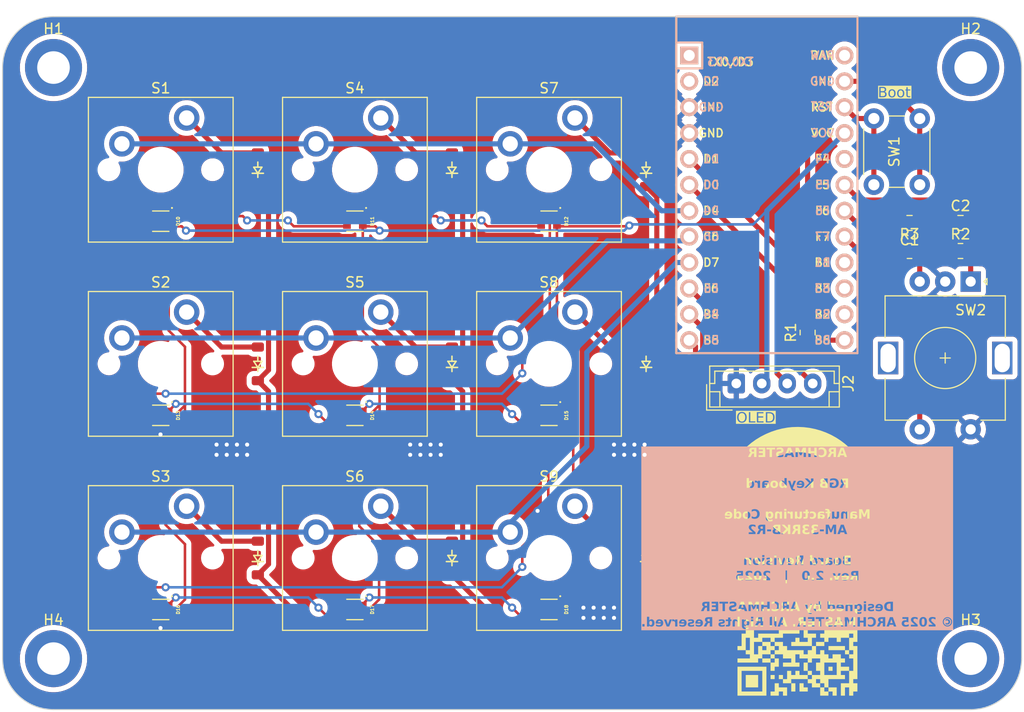
<source format=kicad_pcb>
(kicad_pcb (version 20240108) (generator "pcbnew") (generator_version "8.0")
  (layers (0 "F.Cu" signal) (31 "B.Cu" signal) (34 "B.Paste" user) (35 "F.Paste" user) (36 "B.SilkS" user "B.Silkscreen") (37 "F.SilkS" user "F.Silkscreen") (38 "B.Mask" user) (39 "F.Mask" user) (44 "Edge.Cuts" user))
  (net 0 "")
  (net 1 "Row 1")
  (net 2 "Net-(D1-A)")
  (net 3 "Net-(D2-A)")
  (net 4 "Net-(D3-A)")
  (net 5 "Net-(D4-A)")
  (net 6 "Row 2")
  (net 7 "Net-(D5-A)")
  (net 8 "Net-(D6-A)")
  (net 9 "Net-(D7-A)")
  (net 10 "Row 3")
  (net 11 "Net-(D8-A)")
  (net 12 "Net-(D9-A)")
  (net 13 "Column 1")
  (net 14 "Column 2")
  (net 15 "Column 3")
  (net 17 "/Vcc")
  (net 18 "Net-(D10-DIN)")
  (net 20 "GND")
  (net 22 "Net-(SW1-Pad1)")
  (net 24 "/ENC B")
  (net 27 "/ENC A")
  (net 29 "Net-(R2-Pad2)")
  (net 30 "Net-(J2-SCL)")
  (net 31 "Net-(J2-SDA)")
  (net 32 "Net-(U2-RST)")
  (net 33 "Net-(D11-DOUT)")
  (net 34 "Net-(D14-DOUT)")
  (net 35 "Net-(U2-10{slash}PB6)")
  (net 36 "Net-(D10-DOUT)")
  (net 37 "Net-(D12-DOUT)")
  (net 38 "Net-(D13-DOUT)")
  (net 39 "Net-(D15-DOUT)")
  (net 40 "Net-(D16-DOUT)")
  (net 41 "Net-(D17-DOUT)")
  (net 43 "Net-(R3-Pad2)")
  (net 44 "/ENC S")
  (footprint "Soso:Soso_RGB LED 1.6x1.5mm" (layer "F.Cu") (at 44.575 30.075 -90)
    (property "Reference" "D11")
    (property "Value" "WS2812B")
  )
  (footprint "Soso:Soso_RGB LED 1.6x1.5mm" (layer "F.Cu") (at 63.625 49.125 -90)
    (property "Reference" "D15")
    (property "Value" "WS2812B")
  )
  (footprint "Resistor_SMD:R_0805_2012Metric_Pad1.20x1.40mm_HandSolder" (layer "F.Cu") (at 99 33)
    (property "Reference" "R3")
    (property "Value" "10kR")
  )
  (footprint "ScottoKeebs_MX:MX_PCB_1.00u" (layer "F.Cu") (at 25.525 63.125)
    (property "Reference" "S3")
    (property "Value" "Keyswitch")
  )
  (footprint "Soso:Soso_RGB LED 1.6x1.5mm" (layer "F.Cu") (at 63.625 68.175 -90)
    (property "Reference" "D18")
    (property "Value" "WS2812B")
  )
  (footprint "ScottoKeebs_MX:MX_PCB_1.00u" (layer "F.Cu") (at 44.575 63.125)
    (property "Reference" "S6")
    (property "Value" "Keyswitch")
  )
  (footprint "ScottoKeebs_Components:Diode_SOD-123" (layer "F.Cu") (at 54.1 63.125 90)
    (property "Reference" "D6" (hide yes))
    (property "Value" "Diode")
  )
  (footprint "MountingHole:MountingHole_3.2mm_M3_DIN965_Pad" (layer "F.Cu") (at 105 15)
    (property "Reference" "H2")
    (property "Value" "MountingHole")
  )
  (footprint "ScottoKeebs_Components:Diode_SOD-123" (layer "F.Cu") (at 54.1 25.025 90)
    (property "Reference" "D4" (hide yes))
    (property "Value" "Diode")
  )
  (footprint "Rotary_Encoder:RotaryEncoder_Alps_EC11E-Switch_Vertical_H20mm" (layer "F.Cu") (at 105 36 -90)
    (property "Reference" "SW2")
    (property "Value" "RotaryEncoder_Switch_MP")
  )
  (footprint "ScottoKeebs_MX:MX_PCB_1.00u" (layer "F.Cu") (at 44.575 44.075)
    (property "Reference" "S5")
    (property "Value" "Keyswitch")
  )
  (footprint "MountingHole:MountingHole_3.2mm_M3_DIN965_Pad" (layer "F.Cu") (at 105 73)
    (property "Reference" "H3")
    (property "Value" "MountingHole")
  )
  (footprint "ScottoKeebs_Components:Diode_SOD-123" (layer "F.Cu") (at 73.15 44.075 90)
    (property "Reference" "D8" (hide yes))
    (property "Value" "Diode")
  )
  (footprint "ScottoKeebs_MX:MX_PCB_1.00u" (layer "F.Cu") (at 25.525 25.025)
    (property "Reference" "S1")
    (property "Value" "Keyswitch")
  )
  (footprint "Capacitor_SMD:C_0805_2012Metric_Pad1.18x1.45mm_HandSolder" (layer "F.Cu") (at 104 30.25)
    (property "Reference" "C2")
    (property "Value" "100nF")
  )
  (footprint "Soso:Soso_RGB LED 1.6x1.5mm" (layer "F.Cu") (at 63.625 30.075 -90)
    (property "Reference" "D12")
    (property "Value" "WS2812B")
  )
  (footprint "ScottoKeebs_MX:MX_PCB_1.00u" (layer "F.Cu") (at 63.625 63.125)
    (property "Reference" "S9")
    (property "Value" "Keyswitch")
  )
  (footprint "Connector_JST:JST_EH_B4B-EH-A_1x04_P2.50mm_Vertical" (layer "F.Cu") (at 82 46)
    (property "Reference" "J2")
    (property "Value" "OLED_128x64")
  )
  (footprint "ScottoKeebs_Components:Diode_SOD-123" (layer "F.Cu") (at 73.15 25.025 90)
    (property "Reference" "D7" (hide yes))
    (property "Value" "Diode")
  )
  (footprint "ScottoKeebs_Components:Diode_SOD-123" (layer "F.Cu") (at 54.1 44.075 90)
    (property "Reference" "D5" (hide yes))
    (property "Value" "Diode")
  )
  (footprint "MountingHole:MountingHole_3.2mm_M3_DIN965_Pad" (layer "F.Cu") (at 15 73)
    (property "Reference" "H4")
    (property "Value" "MountingHole")
  )
  (footprint "ScottoKeebs_Components:Diode_SOD-123" (layer "F.Cu") (at 35.05 63.125 90)
    (property "Reference" "D3" (hide yes))
    (property "Value" "Diode")
  )
  (footprint "ScottoKeebs_MX:MX_PCB_1.00u" (layer "F.Cu") (at 44.575 25.025)
    (property "Reference" "S4")
    (property "Value" "Keyswitch")
  )
  (footprint "Button_Switch_THT:SW_PUSH_6mm_H4.3mm" (layer "F.Cu") (at 100 20 -90)
    (property "Reference" "SW1")
    (property "Value" "Boot")
  )
  (footprint "Resistor_SMD:R_0805_2012Metric_Pad1.20x1.40mm_HandSolder" (layer "F.Cu") (at 89 41 90)
    (property "Reference" "R1")
    (property "Value" "100 R")
  )
  (footprint "ScottoKeebs_Components:Diode_SOD-123" (layer "F.Cu") (at 35.05 25.025 90)
    (property "Reference" "D1" (hide yes))
    (property "Value" "Diode")
  )
  (footprint "ScottoKeebs_MCU:Arduino_Pro_Micro" (layer "F.Cu") (at 85 27.78)
    (property "Reference" "U2" (hide yes))
    (property "Value" "Arduino_Pro_Micro" (hide yes))
  )
  (footprint "ScottoKeebs_MX:MX_PCB_1.00u" (layer "F.Cu") (at 63.625 25.025)
    (property "Reference" "S7")
    (property "Value" "Keyswitch")
  )
  (footprint "ScottoKeebs_MX:MX_PCB_1.00u" (layer "F.Cu") (at 63.625 44.075)
    (property "Reference" "S8")
    (property "Value" "Keyswitch")
  )
  (footprint "Logos:ARCHMASTER Logo 15mm" (layer "F.Cu") (at 88 57)
    (property "Reference" "G***" (hide yes))
    (property "Value" "LOGO" (hide yes))
  )
  (footprint "ScottoKeebs_Components:Diode_SOD-123" (layer "F.Cu") (at 73.15 63.125 90)
    (property "Reference" "D9" (hide yes))
    (property "Value" "Diode")
  )
  (footprint "ScottoKeebs_MX:MX_PCB_1.00u" (layer "F.Cu") (at 25.525 44.075)
    (property "Reference" "S2")
    (property "Value" "Keyswitch")
  )
  (footprint "Soso:Soso_RGB LED 1.6x1.5mm" (layer "F.Cu") (at 25.525 68.175 -90)
    (property "Reference" "D16")
    (property "Value" "WS2812B")
  )
  (footprint "Soso:Soso_RGB LED 1.6x1.5mm" (layer "F.Cu") (at 25.525 49.125 -90)
    (property "Reference" "D13")
    (property "Value" "WS2812B")
  )
  (footprint "Capacitor_SMD:C_0805_2012Metric_Pad1.18x1.45mm_HandSolder" (layer "F.Cu") (at 99 30.25 180)
    (property "Reference" "C1")
    (property "Value" "100nF")
  )
  (footprint "Soso:Soso_RGB LED 1.6x1.5mm" (layer "F.Cu") (at 44.575 49.125 -90)
    (property "Reference" "D14")
    (property "Value" "WS2812B")
  )
  (footprint "ScottoKeebs_Components:Diode_SOD-123" (layer "F.Cu") (at 35.05 44.075 90)
    (property "Reference" "D2" (hide yes))
    (property "Value" "Diode")
  )
  (footprint "MountingHole:MountingHole_3.2mm_M3_DIN965_Pad" (layer "F.Cu") (at 15 15)
    (property "Reference" "H1")
    (property "Value" "MountingHole")
  )
  (footprint "Resistor_SMD:R_0805_2012Metric_Pad1.20x1.40mm_HandSolder" (layer "F.Cu") (at 104 33)
    (property "Reference" "R2")
    (property "Value" "10kR")
  )
  (footprint "Soso:Soso_RGB LED 1.6x1.5mm" (layer "F.Cu") (at 25.525 30.075 -90)
    (property "Reference" "D10")
    (property "Value" "WS2812B")
  )
  (footprint "Logos:ARCHMASTER QR 15mm" (layer "F.Cu") (at 88 70.75)
    (property "Reference" "G***" (hide yes))
    (property "Value" "LOGO" (hide yes))
  )
  (footprint "Soso:Soso_RGB LED 1.6x1.5mm" (layer "F.Cu") (at 44.575 68.175 -90)
    (property "Reference" "D17")
    (property "Value" "WS2812B")
  )
  (gr_arc (start 10 15) (mid 11.464466 11.464466) (end 15 10) (stroke (width 0.1)) (layer "Edge.Cuts"))
  (gr_line (start 10 73) (end 10 15) (stroke (width 0.1)) (layer "Edge.Cuts"))
  (gr_arc (start 105 10) (mid 108.535534 11.464466) (end 110 15) (stroke (width 0.1)) (layer "Edge.Cuts"))
  (gr_line (start 15 10) (end 105 10) (stroke (width 0.1)) (layer "Edge.Cuts"))
  (gr_arc (start 110 73) (mid 108.535534 76.535534) (end 105 78) (stroke (width 0.1)) (layer "Edge.Cuts"))
  (gr_line (start 105 78) (end 15 78) (stroke (width 0.1)) (layer "Edge.Cuts"))
  (gr_line (start 110 15) (end 110 73) (stroke (width 0.1)) (layer "Edge.Cuts"))
  (gr_arc (start 15 78) (mid 11.464466 76.535534) (end 10 73) (stroke (width 0.1)) (layer "Edge.Cuts"))
  (gr_text "D1" (at 79.539 23.97 0) (layer "B.SilkS") (effects (font (size 0.8 0.8)) (justify mirror)))
  (gr_text "D0" (at 79.539 26.51 0) (layer "B.SilkS") (effects (font (size 0.8 0.8)) (justify mirror)))
  (gr_text "F6" (at 90.461 29.05 0) (layer "B.SilkS") (effects (font (size 0.8 0.8)) (justify mirror)))
  (gr_text "B3" (at 90.461 36.67 0) (layer "B.SilkS") (effects (font (size 0.8 0.8)) (justify mirror)))
  (gr_text "B5" (at 79.539 41.75 0) (layer "B.SilkS") (effects (font (size 0.8 0.8)) (justify mirror)))
  (gr_text "ARCHMASTER\n\nRGB Keyboard\n\nManufacturing Code\nAM-33RKB-R2\n\nBoard Revision\nRev. 2.0 | 2025\n\nDesigned by ARCHMASTER\n© 2025 ARCHMASTER. All Rights Reserved." (at 88 70 0) (layer "B.SilkS" knockout) (effects (font (size 0.9 0.9) (thickness 0.125) (bold yes)) (justify bottom mirror)))
  (gr_text "E6" (at 79.539 36.67 0) (layer "B.SilkS") (effects (font (size 0.8 0.8)) (justify mirror)))
  (gr_text "VCC" (at 90.461 21.43 0) (layer "B.SilkS") (effects (font (size 0.8 0.8)) (justify mirror)))
  (gr_text "D2" (at 79.539 16.35 0) (layer "B.SilkS") (effects (font (size 0.8 0.8)) (justify mirror)))
  (gr_text "GND" (at 90.461 16.35 0) (layer "B.SilkS") (effects (font (size 0.8 0.8)) (justify mirror)))
  (gr_text "F4" (at 90.461 23.97 0) (layer "B.SilkS") (effects (font (size 0.8 0.8)) (justify mirror)))
  (gr_text "F7" (at 90.461 31.59 0) (layer "B.SilkS") (effects (font (size 0.8 0.8)) (justify mirror)))
  (gr_text "B6" (at 90.461 41.75 0) (layer "B.SilkS") (effects (font (size 0.8 0.8)) (justify mirror)))
  (gr_text "B4" (at 79.539 39.21 0) (layer "B.SilkS") (effects (font (size 0.8 0.8)) (justify mirror)))
  (gr_text "F5" (at 90.461 26.51 0) (layer "B.SilkS") (effects (font (size 0.8 0.8)) (justify mirror)))
  (gr_text "B1" (at 90.461 34.13 0) (layer "B.SilkS") (effects (font (size 0.8 0.8)) (justify mirror)))
  (gr_text "D4" (at 79.539 29.05 0) (layer "B.SilkS") (effects (font (size 0.8 0.8)) (justify mirror)))
  (gr_text "RST" (at 90.4 18.8 0) (layer "B.SilkS") (effects (font (size 0.8 0.8)) (justify mirror)))
  (gr_text "GND" (at 79.539 18.89 0) (layer "B.SilkS") (effects (font (size 0.8 0.8)) (justify mirror)))
  (gr_text "C6" (at 79.539 31.59 0) (layer "B.SilkS") (effects (font (size 0.8 0.8)) (justify mirror)))
  (gr_text "RAW" (at 90.461 13.81 0) (layer "B.SilkS") (effects (font (size 0.8 0.8)) (justify mirror)))
  (gr_text "B2" (at 90.461 39.21 0) (layer "B.SilkS") (effects (font (size 0.8 0.8)) (justify mirror)))
  (gr_text "TX0/D3" (at 81.428128 14.445 0) (layer "B.SilkS") (effects (font (size 0.8 0.8)) (justify mirror)))
  (gr_text "GND" (at 90.461 16.35 0) (layer "F.SilkS") (effects (font (size 0.8 0.8))))
  (gr_text "D0" (at 79.539 26.51 0) (layer "F.SilkS") (effects (font (size 0.8 0.8))))
  (gr_text "GND" (at 79.539 21.43 0) (layer "F.SilkS") (effects (font (size 0.8 0.8))))
  (gr_text "GND" (at 79.539 18.89 0) (layer "F.SilkS") (effects (font (size 0.8 0.8))))
  (gr_text "B5" (at 79.539 41.75 0) (layer "F.SilkS") (effects (font (size 0.8 0.8))))
  (gr_text "B1" (at 90.461 34.13 0) (layer "F.SilkS") (effects (font (size 0.8 0.8))))
  (gr_text "F7" (at 90.461 31.59 0) (layer "F.SilkS") (effects (font (size 0.8 0.8))))
  (gr_text "E6" (at 79.539 36.67 0) (layer "F.SilkS") (effects (font (size 0.8 0.8))))
  (gr_text "F4" (at 90.461 23.97 0) (layer "F.SilkS") (effects (font (size 0.8 0.8))))
  (gr_text "VCC" (at 90.461 21.43 0) (layer "F.SilkS") (effects (font (size 0.8 0.8))))
  (gr_text "B3" (at 90.461 36.67 0) (layer "F.SilkS") (effects (font (size 0.8 0.8))))
  (gr_text "B4" (at 79.539 39.21 0) (layer "F.SilkS") (effects (font (size 0.8 0.8))))
  (gr_text "D7" (at 79.539 34.13 0) (layer "F.SilkS") (effects (font (size 0.8 0.8))))
  (gr_text "F6" (at 90.461 29.05 0) (layer "F.SilkS") (effects (font (size 0.8 0.8))))
  (gr_text "D1" (at 79.539 23.97 0) (layer "F.SilkS") (effects (font (size 0.8 0.8))))
  (gr_text "F5" (at 90.461 26.51 0) (layer "F.SilkS") (effects (font (size 0.8 0.8))))
  (gr_text "B2" (at 90.461 39.21 0) (layer "F.SilkS") (effects (font (size 0.8 0.8))))
  (gr_text "B6" (at 90.461 41.75 0) (layer "F.SilkS") (effects (font (size 0.8 0.8))))
  (gr_text "D2" (at 79.539 16.35 0) (layer "F.SilkS") (effects (font (size 0.8 0.8))))
  (gr_text "D4" (at 79.539 29.05 0) (layer "F.SilkS") (effects (font (size 0.8 0.8))))
  (gr_text "RAW" (at 90.461 13.81 0) (layer "F.SilkS") (effects (font (size 0.8 0.8))))
  (gr_text "RST" (at 90.4 18.9 0) (layer "F.SilkS") (effects (font (size 0.8 0.8))))
  (gr_text "C6" (at 79.539 31.59 0) (layer "F.SilkS") (effects (font (size 0.8 0.8))))
  (gr_text "TX0/D3" (at 81.428128 14.445 0) (layer "F.SilkS") (effects (font (size 0.8 0.8))))
  (gr_text "OLED" (at 82 50 -0) (layer "F.SilkS" knockout) (effects (font (size 1 1)) (justify left bottom)))
  (segment (start 36.1 63.725) (end 35.05 64.775) (width 0.5) (layer "F.Cu") (net 1))
  (segment (start 77.38 36.67) (end 79.4063 38.6963) (width 0.5) (layer "F.Cu") (net 1))
  (segment (start 35.05 26.675) (end 36.1 27.725) (width 0.5) (layer "F.Cu") (net 1))
  (segment (start 35.05 45.725) (end 36.1 46.775) (width 0.5) (layer "F.Cu") (net 1))
  (segment (start 79.4063 62.5937) (end 71 71) (width 0.5) (layer "F.Cu") (net 1))
  (segment (start 41.275 71) (end 35.05 64.775) (width 0.5) (layer "F.Cu") (net 1))
  (segment (start 79.4063 38.6963) (end 79.4063 62.5937) (width 0.5) (layer "F.Cu") (net 1))
  (segment (start 36.1 46.775) (end 36.1 63.725) (width 0.5) (layer "F.Cu") (net 1))
  (segment (start 36.1 27.725) (end 36.1 44.675) (width 0.5) (layer "F.Cu") (net 1))
  (segment (start 71 71) (end 41.275 71) (width 0.5) (layer "F.Cu") (net 1))
  (segment (start 36.1 44.675) (end 35.05 45.725) (width 0.5) (layer "F.Cu") (net 1))
  (segment (start 35.05 23.375) (end 31.495 23.375) (width 0.5) (layer "F.Cu") (net 2))
  (segment (start 31.495 23.375) (end 28.065 19.945) (width 0.5) (layer "F.Cu") (net 2))
  (segment (start 31.495 42.425) (end 28.065 38.995) (width 0.5) (layer "F.Cu") (net 3))
  (segment (start 35.05 42.425) (end 31.495 42.425) (width 0.5) (layer "F.Cu") (net 3))
  (segment (start 35.05 61.475) (end 31.495 61.475) (width 0.5) (layer "F.Cu") (net 4))
  (segment (start 31.495 61.475) (end 28.065 58.045) (width 0.5) (layer "F.Cu") (net 4))
  (segment (start 50.545 23.375) (end 47.115 19.945) (width 0.5) (layer "F.Cu") (net 5))
  (segment (start 54.1 23.375) (end 50.545 23.375) (width 0.5) (layer "F.Cu") (net 5))
  (segment (start 54.1 26.675) (end 55.15 27.725) (width 0.5) (layer "F.Cu") (net 6))
  (segment (start 55.15 46.775) (end 55.15 63.725) (width 0.5) (layer "F.Cu") (net 6))
  (segment (start 55.15 63.725) (end 54.1 64.775) (width 0.5) (layer "F.Cu") (net 6))
  (segment (start 59.325 70) (end 54.1 64.775) (width 0.5) (layer "F.Cu") (net 6))
  (segment (start 78.7063 62.30375) (end 71.01005 70) (width 0.5) (layer "F.Cu") (net 6))
  (segment (start 55.15 44.675) (end 54.1 45.725) (width 0.5) (layer "F.Cu") (net 6))
  (segment (start 71.01005 70) (end 59.325 70) (width 0.5) (layer "F.Cu") (net 6))
  (segment (start 77.38 39.21) (end 78.7063 40.5363) (width 0.5) (layer "F.Cu") (net 6))
  (segment (start 55.15 27.725) (end 55.15 44.675) (width 0.5) (layer "F.Cu") (net 6))
  (segment (start 54.1 45.725) (end 55.15 46.775) (width 0.5) (layer "F.Cu") (net 6))
  (segment (start 78.7063 40.5363) (end 78.7063 62.30375) (width 0.5) (layer "F.Cu") (net 6))
  (segment (start 54.1 42.425) (end 50.545 42.425) (width 0.5) (layer "F.Cu") (net 7))
  (segment (start 50.545 42.425) (end 47.115 38.995) (width 0.5) (layer "F.Cu") (net 7))
  (segment (start 54.1 61.475) (end 50.545 61.475) (width 0.5) (layer "F.Cu") (net 8))
  (segment (start 50.545 61.475) (end 47.115 58.045) (width 0.5) (layer "F.Cu") (net 8))
  (segment (start 73.15 23.375) (end 69.595 23.375) (width 0.5) (layer "F.Cu") (net 9))
  (segment (start 69.595 23.375) (end 66.165 19.945) (width 0.5) (layer "F.Cu") (net 9))
  (segment (start 74.2 44.675) (end 73.15 45.725) (width 0.5) (layer "F.Cu") (net 10))
  (segment (start 74.2 46.775) (end 74.2 63.725) (width 0.5) (layer "F.Cu") (net 10))
  (segment (start 78 61.9625) (end 75.1875 64.775) (width 0.5) (layer "F.Cu") (net 10))
  (segment (start 78 42.37) (end 78 61.9625) (width 0.5) (layer "F.Cu") (net 10))
  (segment (start 73.15 45.725) (end 74.2 46.775) (width 0.5) (layer "F.Cu") (net 10))
  (segment (start 75.1875 64.775) (end 73.15 64.775) (width 0.5) (layer "F.Cu") (net 10))
  (segment (start 74.2 27.725) (end 74.2 44.675) (width 0.5) (layer "F.Cu") (net 10))
  (segment (start 73.15 26.675) (end 74.2 27.725) (width 0.5) (layer "F.Cu") (net 10))
  (segment (start 77.38 41.75) (end 78 42.37) (width 0.5) (layer "F.Cu") (net 10))
  (segment (start 74.2 63.725) (end 73.15 64.775) (width 0.5) (layer "F.Cu") (net 10))
  (segment (start 73.15 42.425) (end 69.595 42.425) (width 0.5) (layer "F.Cu") (net 11))
  (segment (start 69.595 42.425) (end 66.165 38.995) (width 0.5) (layer "F.Cu") (net 11))
  (segment (start 73.15 61.475) (end 69.595 61.475) (width 0.5) (layer "F.Cu") (net 12))
  (segment (start 69.595 61.475) (end 66.165 58.045) (width 0.5) (layer "F.Cu") (net 12))
  (segment (start 59.815 22.485) (end 68.109544 22.485) (width 0.5) (layer "B.Cu") (net 13))
  (segment (start 68.109544 22.485) (end 74.674544 29.05) (width 0.5) (layer "B.Cu") (net 13))
  (segment (start 74.674544 29.05) (end 77.38 29.05) (width 0.5) (layer "B.Cu") (net 13))
  (segment (start 59.815 22.485) (end 21.715 22.485) (width 0.5) (layer "B.Cu") (net 13))
  (segment (start 69.35 32) (end 76.97 32) (width 0.5) (layer "B.Cu") (net 14))
  (segment (start 76.97 32) (end 77.38 31.59) (width 0.5) (layer "B.Cu") (net 14))
  (segment (start 59.815 41.535) (end 69.35 32) (width 0.5) (layer "B.Cu") (net 14))
  (segment (start 59.815 41.535) (end 21.715 41.535) (width 0.5) (layer "B.Cu") (net 14))
  (segment (start 59.815 60.585) (end 21.715 60.585) (width 0.5) (layer "B.Cu") (net 15))
  (segment (start 59.815 59.685) (end 67.33 52.17) (width 0.5) (layer "B.Cu") (net 15))
  (segment (start 67.33 42.940725) (end 76.140725 34.13) (width 0.5) (layer "B.Cu") (net 15))
  (segment (start 67.33 52.17) (end 67.33 42.940725) (width 0.5) (layer "B.Cu") (net 15))
  (segment (start 76.140725 34.13) (end 77.38 34.13) (width 0.5) (layer "B.Cu") (net 15))
  (segment (start 59.815 60.585) (end 59.815 59.685) (width 0.5) (layer "B.Cu") (net 15))
  (segment (start 66 48) (end 66 55.5) (width 0.25) (layer "F.Cu") (net 17))
  (segment (start 45.475 49.625) (end 47 48.1) (width 0.25) (layer "F.Cu") (net 17))
  (segment (start 47 55) (end 45 57) (width 0.25) (layer "F.Cu") (net 17))
  (segment (start 46.95 67.2) (end 45.475 68.675) (width 0.25) (layer "F.Cu") (net 17))
  (segment (start 45 57) (end 45 60) (width 0.25) (layer "F.Cu") (net 17))
  (segment (start 64 60) (end 66 62) (width 0.25) (layer "F.Cu") (net 17))
  (segment (start 27.9 61.770621) (end 27.9 67.2) (width 0.25) (layer "F.Cu") (net 17))
  (segment (start 64 57.5) (end 64 60) (width 0.25) (layer "F.Cu") (net 17))
  (segment (start 26 57.5) (end 26 59.870621) (width 0.25) (layer "F.Cu") (net 17))
  (segment (start 64.525 68.675) (end 64.4 68.675) (width 0.25) (layer "F.Cu") (net 17))
  (segment (start 47 42.5) (end 47 48) (width 0.25) (layer "F.Cu") (net 17))
  (segment (start 27.9 42.4) (end 27.9 48) (width 0.25) (layer "F.Cu") (net 17))
  (segment (start 26.3 30.575) (end 27.575 30.575) (width 0.25) (layer "F.Cu") (net 17))
  (segment (start 64.4 30.575) (end 71.425 30.575) (width 0.25) (layer "F.Cu") (net 17))
  (segment (start 46.95 61.95) (end 46.95 67.2) (width 0.25) (layer "F.Cu") (net 17))
  (segment (start 27.9 48.15) (end 27.9 48) (width 0.25) (layer "F.Cu") (net 17))
  (segment (start 27.575 30.575) (end 28 31) (width 0.25) (layer "F.Cu") (net 17))
  (segment (start 47 48) (end 47 55) (width 0.25) (layer "F.Cu") (net 17))
  (segment (start 66 42.5) (end 66 48) (width 0.25) (layer "F.Cu") (net 17))
  (segment (start 66 55.5) (end 64 57.5) (width 0.25) (layer "F.Cu") (net 17))
  (segment (start 66 67.2) (end 64.525 68.675) (width 0.25) (layer "F.Cu") (net 17))
  (segment (start 26 59.870621) (end 27.9 61.770621) (width 0.25) (layer "F.Cu") (net 17))
  (segment (start 64.4 40.9) (end 66 42.5) (width 0.25) (layer "F.Cu") (net 17))
  (segment (start 47 48.1) (end 47 48) (width 0.25) (layer "F.Cu") (net 17))
  (segment (start 45.35 49.625) (end 45.475 49.625) (width 0.25) (layer "F.Cu") (net 17))
  (segment (start 64.4 30.575) (end 64.4 40.9) (width 0.25) (layer "F.Cu") (net 17))
  (segment (start 66 48.15) (end 66 48) (width 0.25) (layer "F.Cu") (net 17))
  (segment (start 45.475 68.675) (end 45.35 68.675) (width 0.25) (layer "F.Cu") (net 17))
  (segment (start 27.9 55.6) (end 26 57.5) (width 0.25) (layer "F.Cu") (net 17))
  (segment (start 45 60) (end 46.95 61.95) (width 0.25) (layer "F.Cu") (net 17))
  (segment (start 26.425 49.625) (end 27.9 48.15) (width 0.25) (layer "F.Cu") (net 17))
  (segment (start 45.35 40.85) (end 47 42.5) (width 0.25) (layer "F.Cu") (net 17))
  (segment (start 64.4 49.625) (end 64.525 49.625) (width 0.25) (layer "F.Cu") (net 17))
  (segment (start 71.425 30.575) (end 71.5 30.5) (width 0.25) (layer "F.Cu") (net 17))
  (segment (start 66 62) (end 66 67.2) (width 0.25) (layer "F.Cu") (net 17))
  (segment (start 26.3 40.8) (end 27.9 42.4) (width 0.25) (layer "F.Cu") (net 17))
  (segment (start 26.3 49.625) (end 26.425 49.625) (width 0.25) (layer "F.Cu") (net 17))
  (segment (start 46.575 30.575) (end 47 31) (width 0.25) (layer "F.Cu") (net 17))
  (segment (start 26.425 68.675) (end 26.3 68.675) (width 0.25) (layer "F.Cu") (net 17))
  (segment (start 45.35 30.575) (end 46.575 30.575) (width 0.25) (layer "F.Cu") (net 17))
  (segment (start 27.9 67.2) (end 26.425 68.675) (width 0.25) (layer "F.Cu") (net 17))
  (segment (start 27.9 48) (end 27.9 55.6) (width 0.25) (layer "F.Cu") (net 17))
  (segment (start 26.3 30.575) (end 26.3 40.8) (width 0.25) (layer "F.Cu") (net 17))
  (segment (start 64.525 49.625) (end 66 48.15) (width 0.25) (layer "F.Cu") (net 17))
  (segment (start 45.35 30.575) (end 45.35 40.85) (width 0.25) (layer "F.Cu") (net 17))
  (via (at 47 31) (size 0.8) (drill 0.4) (layers "F.Cu" "B.Cu") (net 17))
  (via (at 28 31) (size 0.8) (drill 0.4) (layers "F.Cu" "B.Cu") (net 17))
  (via (at 71.5 30.5) (size 0.8) (drill 0.4) (layers "F.Cu" "B.Cu") (net 17))
  (segment (start 85 29.05) (end 85 45.5) (width 0.5) (layer "B.Cu") (net 17))
  (segment (start 85 45.5) (end 84.5 46) (width 0.5) (layer "B.Cu") (net 17))
  (segment (start 71.6113 30.3887) (end 83.6613 30.3887) (width 0.25) (layer "B.Cu") (net 17))
  (segment (start 83.6613 30.3887) (end 92.62 21.43) (width 0.25) (layer "B.Cu") (net 17))
  (segment (start 71 31) (end 47 31) (width 0.25) (layer "B.Cu") (net 17))
  (segment (start 71.5 30.5) (end 71 31) (width 0.25) (layer "B.Cu") (net 17))
  (segment (start 92.62 21.43) (end 85 29.05) (width 0.5) (layer "B.Cu") (net 17))
  (segment (start 47 31) (end 28 31) (width 0.25) (layer "B.Cu") (net 17))
  (segment (start 71.5 30.5) (end 71.6113 30.3887) (width 0.25) (layer "B.Cu") (net 17))
  (segment (start 89 22) (end 79 12) (width 0.5) (layer "F.Cu") (net 18))
  (segment (start 19 21.897918) (end 19 26) (width 0.5) (layer "F.Cu") (net 18))
  (segment (start 19 26) (end 23.575 30.575) (width 0.5) (layer "F.Cu") (net 18))
  (segment (start 89 40.0875) (end 89 22) (width 0.5) (layer "F.Cu") (net 18))
  (segment (start 23.575 30.575) (end 24.75 30.575) (width 0.5) (layer "F.Cu") (net 18))
  (segment (start 79 12) (end 28.897918 12) (width 0.5) (layer "F.Cu") (net 18))
  (segment (start 28.897918 12) (end 19 21.897918) (width 0.5) (layer "F.Cu") (net 18))
  (segment (start 25.5 49.25) (end 25.5 51) (width 0.25) (layer "F.Cu") (net 20))
  (segment (start 24.75 67.675) (end 24.875 67.675) (width 0.25) (layer "F.Cu") (net 20))
  (segment (start 24.875 67.675) (end 25.5 68.3) (width 0.25) (layer "F.Cu") (net 20))
  (segment (start 24.75 48.625) (end 24.875 48.625) (width 0.25) (layer "F.Cu") (net 20))
  (segment (start 25.5 68.3) (end 25.5 70) (width 0.25) (layer "F.Cu") (net 20))
  (segment (start 24.875 48.625) (end 25.5 49.25) (width 0.25) (layer "F.Cu") (net 20))
  (via (at 70 68) (size 0.8) (drill 0.4) (layers "F.Cu" "B.Cu") (net 20))
  (via (at 69 69) (size 0.8) (drill 0.4) (layers "F.Cu" "B.Cu") (net 20))
  (via (at 52 53) (size 0.8) (drill 0.4) (layers "F.Cu" "B.Cu") (net 20))
  (via (at 71 53) (size 0.8) (drill 0.4) (layers "F.Cu" "B.Cu") (net 20))
  (via (at 72 52) (size 0.8) (drill 0.4) (layers "F.Cu" "B.Cu") (net 20))
  (via (at 62.5 58.5) (size 0.8) (drill 0.4) (layers "F.Cu" "B.Cu") (net 20))
  (via (at 67 69) (size 0.8) (drill 0.4) (layers "F.Cu" "B.Cu") (net 20))
  (via (at 33 52) (size 0.8) (drill 0.4) (layers "F.Cu" "B.Cu") (net 20))
  (via (at 51 52) (size 0.8) (drill 0.4) (layers "F.Cu" "B.Cu") (net 20))
  (via (at 51 53) (size 0.8) (drill 0.4) (layers "F.Cu" "B.Cu") (net 20))
  (via (at 32 52) (size 0.8) (drill 0.4) (layers "F.Cu" "B.Cu") (net 20))
  (via (at 70 52) (size 0.8) (drill 0.4) (layers "F.Cu" "B.Cu") (net 20))
  (via (at 67 68) (size 0.8) (drill 0.4) (layers "F.Cu" "B.Cu") (net 20))
  (via (at 34 52) (size 0.8) (drill 0.4) (layers "F.Cu" "B.Cu") (net 20))
  (via (at 73 52) (size 0.8) (drill 0.4) (layers "F.Cu" "B.Cu") (net 20))
  (via (at 25.5 51) (size 0.8) (drill 0.4) (layers "F.Cu" "B.Cu") (net 20))
  (via (at 25.5 70) (size 0.8) (drill 0.4) (layers "F.Cu" "B.Cu") (net 20))
  (via (at 31 52) (size 0.8) (drill 0.4) (layers "F.Cu" "B.Cu") (net 20))
  (via (at 68 69) (size 0.8) (drill 0.4) (layers "F.Cu" "B.Cu") (net 20))
  (via (at 32 53) (size 0.8) (drill 0.4) (layers "F.Cu" "B.Cu") (net 20))
  (via (at 31 53) (size 0.8) (drill 0.4) (layers "F.Cu" "B.Cu") (net 20))
  (via (at 33 53) (size 0.8) (drill 0.4) (layers "F.Cu" "B.Cu") (net 20))
  (via (at 70 53) (size 0.8) (drill 0.4) (layers "F.Cu" "B.Cu") (net 20))
  (via (at 34 53) (size 0.8) (drill 0.4) (layers "F.Cu" "B.Cu") (net 20))
  (via (at 53 52) (size 0.8) (drill 0.4) (layers "F.Cu" "B.Cu") (net 20))
  (via (at 71 52) (size 0.8) (drill 0.4) (layers "F.Cu" "B.Cu") (net 20))
  (via (at 68 68) (size 0.8) (drill 0.4) (layers "F.Cu" "B.Cu") (net 20))
  (via (at 69 68) (size 0.8) (drill 0.4) (layers "F.Cu" "B.Cu") (net 20))
  (via (at 53 53) (size 0.8) (drill 0.4) (layers "F.Cu" "B.Cu") (net 20))
  (via (at 50 53) (size 0.8) (drill 0.4) (layers "F.Cu" "B.Cu") (net 20))
  (via (at 70 69) (size 0.8) (drill 0.4) (layers "F.Cu" "B.Cu") (net 20))
  (via (at 52 52) (size 0.8) (drill 0.4) (layers "F.Cu" "B.Cu") (net 20))
  (via (at 72 53) (size 0.8) (drill 0.4) (layers "F.Cu" "B.Cu") (net 20))
  (via (at 50 52) (size 0.8) (drill 0.4) (layers "F.Cu" "B.Cu") (net 20))
  (via (at 73 53) (size 0.8) (drill 0.4) (layers "F.Cu" "B.Cu") (net 20))
  (segment (start 100 20) (end 96.35 16.35) (width 0.5) (layer "F.Cu") (net 22))
  (segment (start 96.35 16.35) (end 92.62 16.35) (width 0.5) (layer "F.Cu") (net 22))
  (segment (start 100 20) (end 100 26.5) (width 0.5) (layer "F.Cu") (net 22))
  (segment (start 97.9625 30.25) (end 93.82 30.25) (width 0.5) (layer "F.Cu") (net 24))
  (segment (start 93.82 30.25) (end 92.62 29.05) (width 0.5) (layer "F.Cu") (net 24))
  (segment (start 98 33) (end 98 30.2875) (width 0.5) (layer "F.Cu") (net 24))
  (segment (start 98 30.2875) (end 97.9625 30.25) (width 0.5) (layer "F.Cu") (net 24))
  (segment (start 100.7125 28) (end 94.11 28) (width 0.5) (layer "F.Cu") (net 27))
  (segment (start 102.9625 30.25) (end 100.7125 28) (width 0.5) (layer "F.Cu") (net 27))
  (segment (start 103 30.2875) (end 102.9625 30.25) (width 0.5) (layer "F.Cu") (net 27))
  (segment (start 103 33) (end 103 30.2875) (width 0.5) (layer "F.Cu") (net 27))
  (segment (start 94.11 28) (end 92.62 26.51) (width 0.5) (layer "F.Cu") (net 27))
  (segment (start 105 36) (end 105 33) (width 0.5) (layer "F.Cu") (net 29))
  (segment (start 77.38 26.51) (end 86 35.13) (width 0.5) (layer "F.Cu") (net 30))
  (segment (start 86 35.13) (end 86 45) (width 0.5) (layer "F.Cu") (net 30))
  (segment (start 86 45) (end 87 46) (width 0.5) (layer "F.Cu") (net 30))
  (segment (start 86.85 33.44) (end 86.85 43.35) (width 0.5) (layer "F.Cu") (net 31))
  (segment (start 86.85 43.35) (end 89.5 46) (width 0.5) (layer "F.Cu") (net 31))
  (segment (start 77.38 23.97) (end 86.85 33.44) (width 0.5) (layer "F.Cu") (net 31))
  (segment (start 95.5 20) (end 95.5 26.5) (width 0.5) (layer "F.Cu") (net 32))
  (segment (start 95.5 20) (end 93.73 20) (width 0.5) (layer "F.Cu") (net 32))
  (segment (start 93.73 20) (end 92.62 18.89) (width 0.5) (layer "F.Cu") (net 32))
  (segment (start 57.575 30.575) (end 57 30) (width 0.25) (layer "F.Cu") (net 33))
  (segment (start 45.35 29.575) (end 52.575 29.575) (width 0.25) (layer "F.Cu") (net 33))
  (segment (start 62.85 30.575) (end 57.575 30.575) (width 0.25) (layer "F.Cu") (net 33))
  (segment (start 52.575 29.575) (end 53 30) (width 0.25) (layer "F.Cu") (net 33))
  (via (at 57 30) (size 0.8) (drill 0.4) (layers "F.Cu" "B.Cu") (net 33))
  (via (at 53 30) (size 0.8) (drill 0.4) (layers "F.Cu" "B.Cu") (net 33))
  (segment (start 53 30) (end 57 30) (width 0.25) (layer "B.Cu") (net 33))
  (segment (start 45.375 48.625) (end 46 48) (width 0.25) (layer "F.Cu") (net 34))
  (segment (start 45.35 48.625) (end 45.375 48.625) (width 0.25) (layer "F.Cu") (net 34))
  (segment (start 60.625 49.625) (end 60 49) (width 0.25) (layer "F.Cu") (net 34))
  (segment (start 62.85 49.625) (end 60.625 49.625) (width 0.25) (layer "F.Cu") (net 34))
  (via (at 60 49) (size 0.8) (drill 0.4) (layers "F.Cu" "B.Cu") (net 34))
  (via (at 46 48) (size 0.8) (drill 0.4) (layers "F.Cu" "B.Cu") (net 34))
  (segment (start 59 48) (end 60 49) (width 0.25) (layer "B.Cu") (net 34))
  (segment (start 46 48) (end 59 48) (width 0.25) (layer "B.Cu") (net 34))
  (segment (start 92.62 41.75) (end 89.1625 41.75) (width 0.5) (layer "F.Cu") (net 35))
  (segment (start 89.1625 41.75) (end 89 41.9125) (width 0.5) (layer "F.Cu") (net 35))
  (segment (start 33.575 29.575) (end 34 30) (width 0.25) (layer "F.Cu") (net 36))
  (segment (start 38.575 30.575) (end 38 30) (width 0.25) (layer "F.Cu") (net 36))
  (segment (start 43.8 30.575) (end 38.575 30.575) (width 0.25) (layer "F.Cu") (net 36))
  (segment (start 26.3 29.575) (end 33.575 29.575) (width 0.25) (layer "F.Cu") (net 36))
  (via (at 38 30) (size 0.8) (drill 0.4) (layers "F.Cu" "B.Cu") (net 36))
  (via (at 34 30) (size 0.8) (drill 0.4) (layers "F.Cu" "B.Cu") (net 36))
  (segment (start 34 30) (end 38 30) (width 0.25) (layer "B.Cu") (net 36))
  (segment (start 24.625 49.625) (end 24.05 49.05) (width 0.25) (layer "F.Cu") (net 37))
  (segment (start 25 47) (end 26 47) (width 0.25) (layer "F.Cu") (net 37))
  (segment (start 24.05 47.95) (end 25 47) (width 0.25) (layer "F.Cu") (net 37))
  (segment (start 24.05 49.05) (end 24.05 47.95) (width 0.25) (layer "F.Cu") (net 37))
  (segment (start 61 43) (end 61 45) (width 0.25) (layer "F.Cu") (net 37))
  (segment (start 24.75 49.625) (end 24.625 49.625) (width 0.25) (layer "F.Cu") (net 37))
  (segment (start 64.4 29.575) (end 64.275 29.575) (width 0.25) (layer "F.Cu") (net 37))
  (segment (start 64.275 29.575) (end 63.7 30.15) (width 0.25) (layer "F.Cu") (net 37))
  (segment (start 63.7 40.3) (end 61 43) (width 0.25) (layer "F.Cu") (net 37))
  (segment (start 63.7 30.15) (end 63.7 40.3) (width 0.25) (layer "F.Cu") (net 37))
  (via (at 61 45) (size 0.8) (drill 0.4) (layers "F.Cu" "B.Cu") (net 37))
  (via (at 26 47) (size 0.8) (drill 0.4) (layers "F.Cu" "B.Cu") (net 37))
  (segment (start 26 47) (end 59 47) (width 0.25) (layer "B.Cu") (net 37))
  (segment (start 59 47) (end 61 45) (width 0.25) (layer "B.Cu") (net 37))
  (segment (start 26.375 48.625) (end 27 48) (width 0.25) (layer "F.Cu") (net 38))
  (segment (start 26.3 48.625) (end 26.375 48.625) (width 0.25) (layer "F.Cu") (net 38))
  (segment (start 43.8 49.625) (end 41.625 49.625) (width 0.25) (layer "F.Cu") (net 38))
  (segment (start 41.625 49.625) (end 41 49) (width 0.25) (layer "F.Cu") (net 38))
  (via (at 27 48) (size 0.8) (drill 0.4) (layers "F.Cu" "B.Cu") (net 38))
  (via (at 41 49) (size 0.8) (drill 0.4) (layers "F.Cu" "B.Cu") (net 38))
  (segment (start 27 48) (end 40 48) (width 0.25) (layer "B.Cu") (net 38))
  (segment (start 40 48) (end 41 49) (width 0.25) (layer "B.Cu") (net 38))
  (segment (start 24.05 66.95) (end 25 66) (width 0.25) (layer "F.Cu") (net 39))
  (segment (start 24.625 68.675) (end 24.05 68.1) (width 0.25) (layer "F.Cu") (net 39))
  (segment (start 64.275 48.625) (end 63.55 49.35) (width 0.25) (layer "F.Cu") (net 39))
  (segment (start 25 66) (end 26 66) (width 0.25) (layer "F.Cu") (net 39))
  (segment (start 24.05 68.1) (end 24.05 66.95) (width 0.25) (layer "F.Cu") (net 39))
  (segment (start 63.55 59.45) (end 61 62) (width 0.25) (layer "F.Cu") (net 39))
  (segment (start 64.4 48.625) (end 64.275 48.625) (width 0.25) (layer "F.Cu") (net 39))
  (segment (start 63.55 49.35) (end 63.55 59.45) (width 0.25) (layer "F.Cu") (net 39))
  (segment (start 24.75 68.675) (end 24.625 68.675) (width 0.25) (layer "F.Cu") (net 39))
  (segment (start 61 62) (end 61 64) (width 0.25) (layer "F.Cu") (net 39))
  (via (at 26 66) (size 0.8) (drill 0.4) (layers "F.Cu" "B.Cu") (net 39))
  (via (at 61 64) (size 0.8) (drill 0.4) (layers "F.Cu" "B.Cu") (net 39))
  (segment (start 59 66) (end 61 64) (width 0.25) (layer "B.Cu") (net 39))
  (segment (start 26 66) (end 59 66) (width 0.25) (layer "B.Cu") (net 39))
  (segment (start 41.675 68.675) (end 41 68) (width 0.25) (layer "F.Cu") (net 40))
  (segment (start 26.325 67.675) (end 27 67) (width 0.25) (layer "F.Cu") (net 40))
  (segment (start 43.8 68.675) (end 41.675 68.675) (width 0.25) (layer "F.Cu") (net 40))
  (segment (start 26.3 67.675) (end 26.325 67.675) (width 0.25) (layer "F.Cu") (net 40))
  (via (at 27 67) (size 0.8) (drill 0.4) (layers "F.Cu" "B.Cu") (net 40))
  (via (at 41 68) (size 0.8) (drill 0.4) (layers "F.Cu" "B.Cu") (net 40))
  (segment (start 27 67) (end 40 67) (width 0.25) (layer "B.Cu") (net 40))
  (segment (start 40 67) (end 41 68) (width 0.25) (layer "B.Cu") (net 40))
  (segment (start 45.35 67.675) (end 45.35 67.65) (width 0.25) (layer "F.Cu") (net 41))
  (segment (start 60.675 68.675) (end 60 68) (width 0.25) (layer "F.Cu") (net 41))
  (segment (start 62.85 68.675) (end 60.675 68.675) (width 0.25) (layer "F.Cu") (net 41))
  (segment (start 45.35 67.65) (end 46 67) (width 0.25) (layer "F.Cu") (net 41))
  (via (at 60 68) (size 0.8) (drill 0.4) (layers "F.Cu" "B.Cu") (net 41))
  (via (at 46 67) (size 0.8) (drill 0.4) (layers "F.Cu" "B.Cu") (net 41))
  (segment (start 59 67) (end 60 68) (width 0.25) (layer "B.Cu") (net 41))
  (segment (start 46 67) (end 59 67) (width 0.25) (layer "B.Cu") (net 41))
  (segment (start 100 36) (end 100 33) (width 0.5) (layer "F.Cu") (net 43))
  (segment (start 100 38.97) (end 92.62 31.59) (width 0.5) (layer "F.Cu") (net 44))
  (segment (start 100 50.5) (end 100 38.97) (width 0.5) (layer "F.Cu") (net 44))
  (zone (net 20) (net_name "GND") (layers "F&B.Cu") (connect_pads (clearance 0.5)) (min_thickness 0.25) (fill yes (thermal_gap 0.5) (thermal_bridge_width 0.5))
    (polygon (pts (xy 110 10) (xy 110 78) (xy 10 78) (xy 10 10)))
  )
)
</source>
